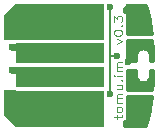
<source format=gtl>
G04 #@! TF.FileFunction,Copper,L1,Top,Signal*
%FSLAX46Y46*%
G04 Gerber Fmt 4.6, Leading zero omitted, Abs format (unit mm)*
G04 Created by KiCad (PCBNEW 4.0.5) date 12/10/17 16:05:20*
%MOMM*%
%LPD*%
G01*
G04 APERTURE LIST*
%ADD10C,0.100000*%
%ADD11R,7.500000X3.125000*%
%ADD12R,7.500000X1.750000*%
%ADD13R,1.000000X1.000000*%
%ADD14C,0.600000*%
%ADD15C,0.600000*%
%ADD16C,0.152400*%
%ADD17C,0.254000*%
G04 APERTURE END LIST*
D10*
X26750000Y-28020000D02*
X26750000Y-27700000D01*
X26516667Y-27900000D02*
X27116667Y-27900000D01*
X27183333Y-27860000D01*
X27216667Y-27780000D01*
X27216667Y-27700000D01*
X27216667Y-27300000D02*
X27183333Y-27380000D01*
X27150000Y-27420000D01*
X27083333Y-27460000D01*
X26883333Y-27460000D01*
X26816667Y-27420000D01*
X26783333Y-27380000D01*
X26750000Y-27300000D01*
X26750000Y-27180000D01*
X26783333Y-27100000D01*
X26816667Y-27060000D01*
X26883333Y-27020000D01*
X27083333Y-27020000D01*
X27150000Y-27060000D01*
X27183333Y-27100000D01*
X27216667Y-27180000D01*
X27216667Y-27300000D01*
X27216667Y-26660000D02*
X26750000Y-26660000D01*
X26816667Y-26660000D02*
X26783333Y-26620000D01*
X26750000Y-26540000D01*
X26750000Y-26420000D01*
X26783333Y-26340000D01*
X26850000Y-26300000D01*
X27216667Y-26300000D01*
X26850000Y-26300000D02*
X26783333Y-26260000D01*
X26750000Y-26180000D01*
X26750000Y-26060000D01*
X26783333Y-25980000D01*
X26850000Y-25940000D01*
X27216667Y-25940000D01*
X26750000Y-25180000D02*
X27216667Y-25180000D01*
X26750000Y-25540000D02*
X27116667Y-25540000D01*
X27183333Y-25500000D01*
X27216667Y-25420000D01*
X27216667Y-25300000D01*
X27183333Y-25220000D01*
X27150000Y-25180000D01*
X27150000Y-24780000D02*
X27183333Y-24740000D01*
X27216667Y-24780000D01*
X27183333Y-24820000D01*
X27150000Y-24780000D01*
X27216667Y-24780000D01*
X27216667Y-24380000D02*
X26750000Y-24380000D01*
X26516667Y-24380000D02*
X26550000Y-24420000D01*
X26583333Y-24380000D01*
X26550000Y-24340000D01*
X26516667Y-24380000D01*
X26583333Y-24380000D01*
X27216667Y-23980000D02*
X26750000Y-23980000D01*
X26816667Y-23980000D02*
X26783333Y-23940000D01*
X26750000Y-23860000D01*
X26750000Y-23740000D01*
X26783333Y-23660000D01*
X26850000Y-23620000D01*
X27216667Y-23620000D01*
X26850000Y-23620000D02*
X26783333Y-23580000D01*
X26750000Y-23500000D01*
X26750000Y-23380000D01*
X26783333Y-23300000D01*
X26850000Y-23260000D01*
X27216667Y-23260000D01*
X26750000Y-21660000D02*
X27216667Y-21460000D01*
X26750000Y-21260000D01*
X26516667Y-20780000D02*
X26516667Y-20700000D01*
X26550000Y-20620000D01*
X26583333Y-20580000D01*
X26650000Y-20540000D01*
X26783333Y-20500000D01*
X26950000Y-20500000D01*
X27083333Y-20540000D01*
X27150000Y-20580000D01*
X27183333Y-20620000D01*
X27216667Y-20700000D01*
X27216667Y-20780000D01*
X27183333Y-20860000D01*
X27150000Y-20900000D01*
X27083333Y-20940000D01*
X26950000Y-20980000D01*
X26783333Y-20980000D01*
X26650000Y-20940000D01*
X26583333Y-20900000D01*
X26550000Y-20860000D01*
X26516667Y-20780000D01*
X27150000Y-20140000D02*
X27183333Y-20100000D01*
X27216667Y-20140000D01*
X27183333Y-20180000D01*
X27150000Y-20140000D01*
X27216667Y-20140000D01*
X26516667Y-19820000D02*
X26516667Y-19300000D01*
X26783333Y-19580000D01*
X26783333Y-19460000D01*
X26816667Y-19380000D01*
X26850000Y-19340000D01*
X26916667Y-19300000D01*
X27083333Y-19300000D01*
X27150000Y-19340000D01*
X27183333Y-19380000D01*
X27216667Y-19460000D01*
X27216667Y-19700000D01*
X27183333Y-19780000D01*
X27150000Y-19820000D01*
D11*
X22000000Y-27187500D03*
X22000000Y-19812500D03*
D12*
X22000000Y-24500000D03*
X22000000Y-22500000D03*
D10*
G36*
X18250000Y-25625000D02*
X18250000Y-28750000D01*
X17250000Y-27750000D01*
X17250000Y-26625000D01*
X18250000Y-25625000D01*
X18250000Y-25625000D01*
G37*
G36*
X18250000Y-18262500D02*
X18250000Y-21387500D01*
X17250000Y-20387500D01*
X17250000Y-19262500D01*
X18250000Y-18262500D01*
X18250000Y-18262500D01*
G37*
D13*
X17750000Y-26125000D03*
X17750000Y-20875000D03*
D14*
X24490000Y-18770000D03*
X17750010Y-21000000D03*
X26202402Y-18600000D03*
X26797680Y-22704641D03*
X26202402Y-25900000D03*
X17750000Y-26000000D03*
X17900000Y-21925000D03*
X17900000Y-23925000D03*
X27730000Y-23220000D03*
X28500000Y-21790000D03*
X28300000Y-26500000D03*
X28300000Y-20450000D03*
X28500000Y-25230000D03*
D15*
X22000000Y-19812500D02*
X23447500Y-19812500D01*
X23447500Y-19812500D02*
X24490000Y-18770000D01*
X17750000Y-19825000D02*
X21987500Y-19825000D01*
X21987500Y-19825000D02*
X22000000Y-19812500D01*
X17750010Y-21000000D02*
X17750010Y-19825010D01*
X17750010Y-19825010D02*
X17750000Y-19825000D01*
D16*
X17762500Y-19812500D02*
X17750000Y-19825000D01*
X26200000Y-19000000D02*
X26200000Y-18602402D01*
X26200000Y-18602402D02*
X26202402Y-18600000D01*
X26202402Y-22700000D02*
X26202402Y-20802402D01*
X26202402Y-20802402D02*
X26200000Y-20800000D01*
X26200000Y-20800000D02*
X26200000Y-19000000D01*
X26202402Y-25900000D02*
X26202402Y-22700000D01*
X26368775Y-22700000D02*
X26202402Y-22700000D01*
X26797680Y-22704641D02*
X26373416Y-22704641D01*
X26373416Y-22704641D02*
X26368775Y-22700000D01*
X22000000Y-27187500D02*
X18097600Y-27187500D01*
X18097600Y-27187500D02*
X17750000Y-26839900D01*
X17750000Y-26424264D02*
X17750000Y-26000000D01*
X17750000Y-26839900D02*
X17750000Y-26424264D01*
D15*
X17750000Y-27187500D02*
X17750000Y-26000000D01*
X17900000Y-21925000D02*
X21425000Y-21925000D01*
X21425000Y-21925000D02*
X22000000Y-22500000D01*
X17900000Y-23925000D02*
X21425000Y-23925000D01*
X21425000Y-23925000D02*
X22000000Y-24500000D01*
X18324264Y-23925000D02*
X17900000Y-23925000D01*
X19105380Y-24000000D02*
X19030380Y-23925000D01*
X19030380Y-23925000D02*
X18324264Y-23925000D01*
D16*
X27730000Y-23220000D02*
X27730000Y-22560000D01*
X27730000Y-22560000D02*
X28500000Y-21790000D01*
D17*
G36*
X29206339Y-18395118D02*
X29218872Y-18426451D01*
X29238872Y-18476452D01*
X29245538Y-18486697D01*
X29249661Y-18498203D01*
X29271076Y-18533896D01*
X29285800Y-18578067D01*
X29344754Y-18754929D01*
X29383848Y-18891758D01*
X29386677Y-18897264D01*
X29387678Y-18903371D01*
X29415528Y-18977637D01*
X29433154Y-19039329D01*
X29452538Y-19116865D01*
X29470059Y-19186951D01*
X29478930Y-19266786D01*
X29481435Y-19274687D01*
X29481620Y-19282973D01*
X29501619Y-19372973D01*
X29502439Y-19374834D01*
X29502538Y-19376865D01*
X29521663Y-19453365D01*
X29540952Y-19549809D01*
X29541583Y-19551329D01*
X29541620Y-19552973D01*
X29559655Y-19634134D01*
X29568754Y-19725125D01*
X29570944Y-19732306D01*
X29570952Y-19739810D01*
X29590952Y-19839809D01*
X29590952Y-19839810D01*
X29609493Y-19932513D01*
X29618754Y-20025125D01*
X29620554Y-20031026D01*
X29620452Y-20037191D01*
X29639360Y-20141183D01*
X29648754Y-20235125D01*
X29650554Y-20241026D01*
X29650452Y-20247191D01*
X29669238Y-20350511D01*
X29678575Y-20453223D01*
X29688525Y-20572623D01*
X29690574Y-20579764D01*
X29690452Y-20587191D01*
X29709136Y-20689950D01*
X29718525Y-20802623D01*
X29724390Y-20873000D01*
X27637000Y-20873000D01*
X27637000Y-19013000D01*
X27377000Y-19013000D01*
X27377000Y-18638654D01*
X27508707Y-18550650D01*
X27508711Y-18550648D01*
X27550647Y-18508711D01*
X27638654Y-18377000D01*
X29192750Y-18377000D01*
X29206339Y-18395118D01*
X29206339Y-18395118D01*
G37*
X29206339Y-18395118D02*
X29218872Y-18426451D01*
X29238872Y-18476452D01*
X29245538Y-18486697D01*
X29249661Y-18498203D01*
X29271076Y-18533896D01*
X29285800Y-18578067D01*
X29344754Y-18754929D01*
X29383848Y-18891758D01*
X29386677Y-18897264D01*
X29387678Y-18903371D01*
X29415528Y-18977637D01*
X29433154Y-19039329D01*
X29452538Y-19116865D01*
X29470059Y-19186951D01*
X29478930Y-19266786D01*
X29481435Y-19274687D01*
X29481620Y-19282973D01*
X29501619Y-19372973D01*
X29502439Y-19374834D01*
X29502538Y-19376865D01*
X29521663Y-19453365D01*
X29540952Y-19549809D01*
X29541583Y-19551329D01*
X29541620Y-19552973D01*
X29559655Y-19634134D01*
X29568754Y-19725125D01*
X29570944Y-19732306D01*
X29570952Y-19739810D01*
X29590952Y-19839809D01*
X29590952Y-19839810D01*
X29609493Y-19932513D01*
X29618754Y-20025125D01*
X29620554Y-20031026D01*
X29620452Y-20037191D01*
X29639360Y-20141183D01*
X29648754Y-20235125D01*
X29650554Y-20241026D01*
X29650452Y-20247191D01*
X29669238Y-20350511D01*
X29678575Y-20453223D01*
X29688525Y-20572623D01*
X29690574Y-20579764D01*
X29690452Y-20587191D01*
X29709136Y-20689950D01*
X29718525Y-20802623D01*
X29724390Y-20873000D01*
X27637000Y-20873000D01*
X27637000Y-19013000D01*
X27377000Y-19013000D01*
X27377000Y-18638654D01*
X27508707Y-18550650D01*
X27508711Y-18550648D01*
X27550647Y-18508711D01*
X27638654Y-18377000D01*
X29192750Y-18377000D01*
X29206339Y-18395118D01*
G36*
X29768448Y-21411658D02*
X29768581Y-21412132D01*
X29768525Y-21412623D01*
X29778489Y-21532191D01*
X29788448Y-21661658D01*
X29788581Y-21662132D01*
X29788525Y-21662623D01*
X29798489Y-21782191D01*
X29808000Y-21905834D01*
X29808000Y-22030000D01*
X29809152Y-22035794D01*
X29808448Y-22041658D01*
X29828000Y-22295834D01*
X29828000Y-22430000D01*
X29829152Y-22435794D01*
X29828448Y-22441658D01*
X29838000Y-22565834D01*
X29838000Y-22830000D01*
X29839152Y-22835794D01*
X29838448Y-22841658D01*
X29848000Y-22965834D01*
X29848000Y-23123000D01*
X29602000Y-23123000D01*
X29602000Y-22650000D01*
X29598119Y-22630488D01*
X29598119Y-22610592D01*
X29567671Y-22457519D01*
X29537509Y-22384702D01*
X29537507Y-22384700D01*
X29450800Y-22254932D01*
X29450800Y-22254931D01*
X29422934Y-22227066D01*
X29395069Y-22199200D01*
X29395066Y-22199199D01*
X29265298Y-22112491D01*
X29192481Y-22082329D01*
X29039408Y-22051881D01*
X28960592Y-22051881D01*
X28807519Y-22082329D01*
X28734702Y-22112491D01*
X28734700Y-22112493D01*
X28604934Y-22199199D01*
X28604931Y-22199200D01*
X28577066Y-22227066D01*
X28549200Y-22254931D01*
X28549200Y-22254932D01*
X28462492Y-22384701D01*
X28462491Y-22384702D01*
X28432329Y-22457519D01*
X28401881Y-22610592D01*
X28401881Y-22630488D01*
X28398000Y-22650000D01*
X28398000Y-23123000D01*
X27637000Y-23123000D01*
X27637000Y-21377000D01*
X29765782Y-21377000D01*
X29768448Y-21411658D01*
X29768448Y-21411658D01*
G37*
X29768448Y-21411658D02*
X29768581Y-21412132D01*
X29768525Y-21412623D01*
X29778489Y-21532191D01*
X29788448Y-21661658D01*
X29788581Y-21662132D01*
X29788525Y-21662623D01*
X29798489Y-21782191D01*
X29808000Y-21905834D01*
X29808000Y-22030000D01*
X29809152Y-22035794D01*
X29808448Y-22041658D01*
X29828000Y-22295834D01*
X29828000Y-22430000D01*
X29829152Y-22435794D01*
X29828448Y-22441658D01*
X29838000Y-22565834D01*
X29838000Y-22830000D01*
X29839152Y-22835794D01*
X29838448Y-22841658D01*
X29848000Y-22965834D01*
X29848000Y-23123000D01*
X29602000Y-23123000D01*
X29602000Y-22650000D01*
X29598119Y-22630488D01*
X29598119Y-22610592D01*
X29567671Y-22457519D01*
X29537509Y-22384702D01*
X29537507Y-22384700D01*
X29450800Y-22254932D01*
X29450800Y-22254931D01*
X29422934Y-22227066D01*
X29395069Y-22199200D01*
X29395066Y-22199199D01*
X29265298Y-22112491D01*
X29192481Y-22082329D01*
X29039408Y-22051881D01*
X28960592Y-22051881D01*
X28807519Y-22082329D01*
X28734702Y-22112491D01*
X28734700Y-22112493D01*
X28604934Y-22199199D01*
X28604931Y-22199200D01*
X28577066Y-22227066D01*
X28549200Y-22254931D01*
X28549200Y-22254932D01*
X28462492Y-22384701D01*
X28462491Y-22384702D01*
X28432329Y-22457519D01*
X28401881Y-22610592D01*
X28401881Y-22630488D01*
X28398000Y-22650000D01*
X28398000Y-23123000D01*
X27637000Y-23123000D01*
X27637000Y-21377000D01*
X29765782Y-21377000D01*
X29768448Y-21411658D01*
G36*
X29718525Y-26197377D02*
X29709136Y-26310050D01*
X29690452Y-26412809D01*
X29690574Y-26420236D01*
X29688525Y-26427377D01*
X29678575Y-26546777D01*
X29669238Y-26649489D01*
X29650452Y-26752809D01*
X29650554Y-26758974D01*
X29648754Y-26764875D01*
X29639360Y-26858817D01*
X29620452Y-26962809D01*
X29620554Y-26968974D01*
X29618754Y-26974875D01*
X29609493Y-27067487D01*
X29590952Y-27160190D01*
X29590952Y-27160191D01*
X29570952Y-27260190D01*
X29570944Y-27267694D01*
X29568754Y-27274875D01*
X29559655Y-27365866D01*
X29541620Y-27447027D01*
X29541583Y-27448671D01*
X29540952Y-27450191D01*
X29521663Y-27546635D01*
X29502538Y-27623135D01*
X29502439Y-27625166D01*
X29501619Y-27627027D01*
X29481620Y-27717027D01*
X29481435Y-27725313D01*
X29478930Y-27733214D01*
X29470059Y-27813049D01*
X29452538Y-27883135D01*
X29433154Y-27960671D01*
X29415528Y-28022363D01*
X29387678Y-28096629D01*
X29386677Y-28102736D01*
X29383848Y-28108242D01*
X29344754Y-28245071D01*
X29285800Y-28421933D01*
X29271076Y-28466104D01*
X29249661Y-28501797D01*
X29245538Y-28513303D01*
X29238872Y-28523548D01*
X29218873Y-28573546D01*
X29218872Y-28573548D01*
X29206339Y-28604882D01*
X29192750Y-28623000D01*
X27377000Y-28623000D01*
X27377000Y-28227000D01*
X27637000Y-28227000D01*
X27637000Y-26127000D01*
X29724390Y-26127000D01*
X29718525Y-26197377D01*
X29718525Y-26197377D01*
G37*
X29718525Y-26197377D02*
X29709136Y-26310050D01*
X29690452Y-26412809D01*
X29690574Y-26420236D01*
X29688525Y-26427377D01*
X29678575Y-26546777D01*
X29669238Y-26649489D01*
X29650452Y-26752809D01*
X29650554Y-26758974D01*
X29648754Y-26764875D01*
X29639360Y-26858817D01*
X29620452Y-26962809D01*
X29620554Y-26968974D01*
X29618754Y-26974875D01*
X29609493Y-27067487D01*
X29590952Y-27160190D01*
X29590952Y-27160191D01*
X29570952Y-27260190D01*
X29570944Y-27267694D01*
X29568754Y-27274875D01*
X29559655Y-27365866D01*
X29541620Y-27447027D01*
X29541583Y-27448671D01*
X29540952Y-27450191D01*
X29521663Y-27546635D01*
X29502538Y-27623135D01*
X29502439Y-27625166D01*
X29501619Y-27627027D01*
X29481620Y-27717027D01*
X29481435Y-27725313D01*
X29478930Y-27733214D01*
X29470059Y-27813049D01*
X29452538Y-27883135D01*
X29433154Y-27960671D01*
X29415528Y-28022363D01*
X29387678Y-28096629D01*
X29386677Y-28102736D01*
X29383848Y-28108242D01*
X29344754Y-28245071D01*
X29285800Y-28421933D01*
X29271076Y-28466104D01*
X29249661Y-28501797D01*
X29245538Y-28513303D01*
X29238872Y-28523548D01*
X29218873Y-28573546D01*
X29218872Y-28573548D01*
X29206339Y-28604882D01*
X29192750Y-28623000D01*
X27377000Y-28623000D01*
X27377000Y-28227000D01*
X27637000Y-28227000D01*
X27637000Y-26127000D01*
X29724390Y-26127000D01*
X29718525Y-26197377D01*
G36*
X28398000Y-24350000D02*
X28401881Y-24369512D01*
X28401881Y-24389408D01*
X28432329Y-24542481D01*
X28462491Y-24615298D01*
X28549199Y-24745066D01*
X28549200Y-24745069D01*
X28577066Y-24772934D01*
X28604931Y-24800800D01*
X28604934Y-24800801D01*
X28734700Y-24887507D01*
X28734702Y-24887509D01*
X28807519Y-24917671D01*
X28960592Y-24948119D01*
X29039408Y-24948119D01*
X29192481Y-24917671D01*
X29265298Y-24887509D01*
X29395066Y-24800801D01*
X29395069Y-24800800D01*
X29422934Y-24772934D01*
X29450800Y-24745069D01*
X29450801Y-24745066D01*
X29537508Y-24615299D01*
X29537509Y-24615298D01*
X29567671Y-24542481D01*
X29598119Y-24389408D01*
X29598119Y-24369512D01*
X29602000Y-24350000D01*
X29602000Y-23877000D01*
X29848000Y-23877000D01*
X29848000Y-24034166D01*
X29838448Y-24158342D01*
X29839152Y-24164206D01*
X29838000Y-24170000D01*
X29838000Y-24434166D01*
X29828448Y-24558342D01*
X29829152Y-24564206D01*
X29828000Y-24570000D01*
X29828000Y-24704166D01*
X29808448Y-24958342D01*
X29809152Y-24964206D01*
X29808000Y-24970000D01*
X29808000Y-25094166D01*
X29798489Y-25217809D01*
X29788525Y-25337377D01*
X29788581Y-25337868D01*
X29788448Y-25338342D01*
X29778489Y-25467809D01*
X29768525Y-25587377D01*
X29768581Y-25587868D01*
X29768448Y-25588342D01*
X29765782Y-25623000D01*
X27637000Y-25623000D01*
X27637000Y-23877000D01*
X28398000Y-23877000D01*
X28398000Y-24350000D01*
X28398000Y-24350000D01*
G37*
X28398000Y-24350000D02*
X28401881Y-24369512D01*
X28401881Y-24389408D01*
X28432329Y-24542481D01*
X28462491Y-24615298D01*
X28549199Y-24745066D01*
X28549200Y-24745069D01*
X28577066Y-24772934D01*
X28604931Y-24800800D01*
X28604934Y-24800801D01*
X28734700Y-24887507D01*
X28734702Y-24887509D01*
X28807519Y-24917671D01*
X28960592Y-24948119D01*
X29039408Y-24948119D01*
X29192481Y-24917671D01*
X29265298Y-24887509D01*
X29395066Y-24800801D01*
X29395069Y-24800800D01*
X29422934Y-24772934D01*
X29450800Y-24745069D01*
X29450801Y-24745066D01*
X29537508Y-24615299D01*
X29537509Y-24615298D01*
X29567671Y-24542481D01*
X29598119Y-24389408D01*
X29598119Y-24369512D01*
X29602000Y-24350000D01*
X29602000Y-23877000D01*
X29848000Y-23877000D01*
X29848000Y-24034166D01*
X29838448Y-24158342D01*
X29839152Y-24164206D01*
X29838000Y-24170000D01*
X29838000Y-24434166D01*
X29828448Y-24558342D01*
X29829152Y-24564206D01*
X29828000Y-24570000D01*
X29828000Y-24704166D01*
X29808448Y-24958342D01*
X29809152Y-24964206D01*
X29808000Y-24970000D01*
X29808000Y-25094166D01*
X29798489Y-25217809D01*
X29788525Y-25337377D01*
X29788581Y-25337868D01*
X29788448Y-25338342D01*
X29778489Y-25467809D01*
X29768525Y-25587377D01*
X29768581Y-25587868D01*
X29768448Y-25588342D01*
X29765782Y-25623000D01*
X27637000Y-25623000D01*
X27637000Y-23877000D01*
X28398000Y-23877000D01*
X28398000Y-24350000D01*
M02*

</source>
